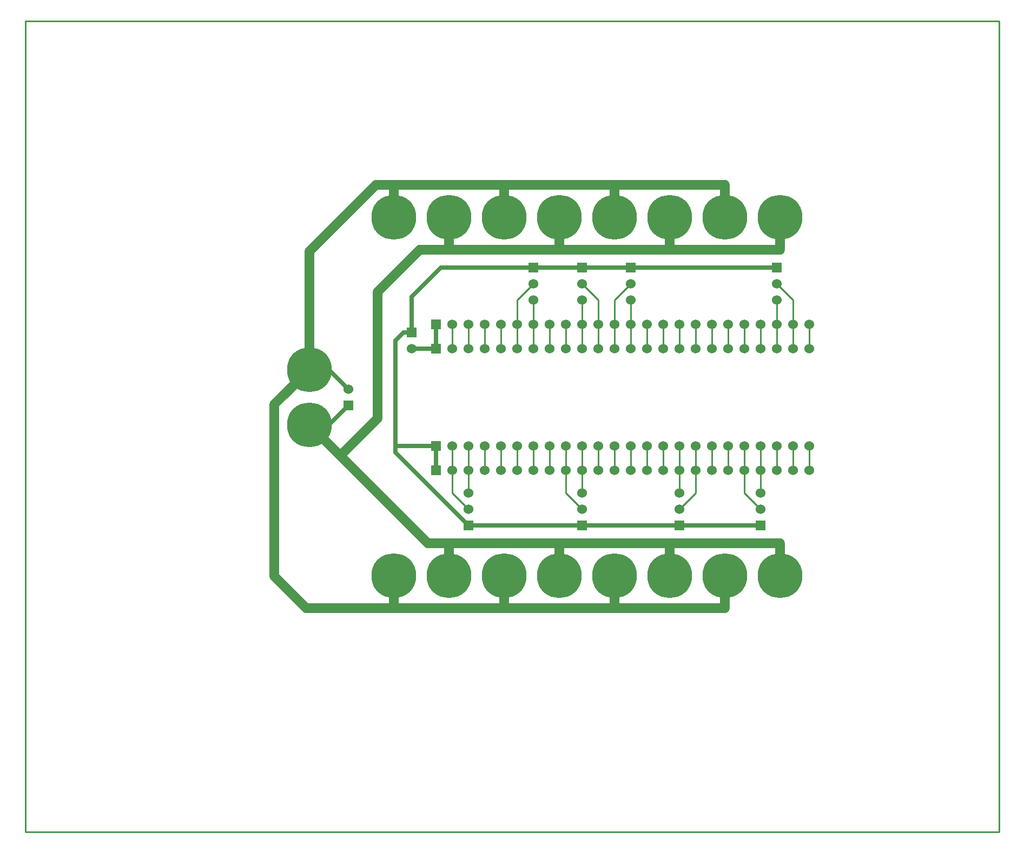
<source format=gbr>
G04 start of page 2 for group 0 idx 0 *
G04 Title: Lorcan, top *
G04 Creator: pcb 4.2.2 *
G04 CreationDate: Fri Nov  6 00:45:05 2020 UTC *
G04 For: ericl *
G04 Format: Gerber/RS-274X *
G04 PCB-Dimensions (mil): 6000.00 5000.00 *
G04 PCB-Coordinate-Origin: lower left *
%MOIN*%
%FSLAX25Y25*%
%LNTOP*%
%ADD19C,0.0197*%
%ADD18C,0.1417*%
%ADD17C,0.0380*%
%ADD16C,0.0669*%
%ADD15C,0.2756*%
%ADD14C,0.0001*%
%ADD13C,0.0250*%
%ADD12C,0.0600*%
%ADD11C,0.0100*%
G54D11*X0Y500000D02*Y0D01*
Y500000D02*X600000D01*
X0Y0D02*X600000D01*
Y500000D02*Y0D01*
X403000Y238000D02*Y209000D01*
G54D12*X363000Y158000D02*Y138000D01*
G54D11*Y238000D02*Y223000D01*
X373000Y238000D02*Y223000D01*
X383000Y238000D02*Y223000D01*
X393000Y238000D02*Y223000D01*
X413000Y238000D02*Y209000D01*
X403000Y199000D01*
G54D12*X397000Y178000D02*Y158000D01*
G54D11*X453000Y238000D02*Y209000D01*
X443000D02*X453000Y199000D01*
X443000Y238000D02*Y209000D01*
G54D12*X431000Y158000D02*Y138000D01*
G54D11*X433000Y238000D02*Y223000D01*
X423000Y238000D02*Y223000D01*
X363000Y298000D02*Y328000D01*
X373000Y338000D01*
Y298000D02*Y328000D01*
X353000Y298000D02*Y328000D01*
X343000Y338000D01*
Y298000D02*Y328000D01*
X313000Y298000D02*Y328000D01*
X323000Y298000D02*Y313000D01*
X333000Y298000D02*Y313000D01*
X303000Y298000D02*Y328000D01*
X473000Y298000D02*Y328000D01*
X463000Y298000D02*Y328000D01*
X483000Y298000D02*Y313000D01*
X473000Y328000D02*X463000Y338000D01*
G54D12*X465000Y379000D02*Y359000D01*
X431000Y379000D02*Y399000D01*
G54D11*X383000Y298000D02*Y313000D01*
X393000Y298000D02*Y313000D01*
X403000Y298000D02*Y313000D01*
X413000Y298000D02*Y313000D01*
X423000Y298000D02*Y313000D01*
X433000Y298000D02*Y313000D01*
X443000Y298000D02*Y313000D01*
X453000Y298000D02*Y313000D01*
X263000Y238000D02*Y209000D01*
X273000Y199000D01*
G54D13*Y189000D02*X228000Y234000D01*
Y238000D02*X253000D01*
G54D12*X261000Y178000D02*Y158000D01*
G54D13*X253000Y238000D02*Y223000D01*
G54D12*X295000Y158000D02*Y138000D01*
G54D11*X273000Y238000D02*Y209000D01*
X283000Y238000D02*Y223000D01*
X293000Y238000D02*Y223000D01*
G54D12*X465000Y178000D02*Y158000D01*
Y178000D02*X248000D01*
X431000Y138000D02*X173000D01*
G54D13*X273000Y189000D02*X453000D01*
G54D11*X333000Y238000D02*Y209000D01*
X343000Y199000D01*
Y209000D02*Y238000D01*
X303000D02*Y223000D01*
X313000Y238000D02*Y223000D01*
X323000Y238000D02*Y223000D01*
G54D12*X329000Y178000D02*Y158000D01*
G54D11*X353000Y238000D02*Y223000D01*
X463000Y238000D02*Y223000D01*
X473000Y238000D02*Y223000D01*
X483000Y238000D02*Y223000D01*
G54D12*X397000Y379000D02*Y359000D01*
X363000Y379000D02*Y399000D01*
G54D11*X303000Y328000D02*X313000Y338000D01*
G54D12*X329000Y379000D02*Y359000D01*
X465000D02*X243000D01*
G54D13*X256000Y348000D02*X463000D01*
G54D12*X216000Y399000D02*X431000D01*
G54D11*X263000Y298000D02*Y313000D01*
X273000Y298000D02*Y313000D01*
X283000Y298000D02*Y313000D01*
X293000Y298000D02*Y313000D01*
G54D12*X227000Y158000D02*Y138000D01*
X217000Y333000D02*Y255000D01*
G54D13*X228000Y303000D02*Y234000D01*
G54D12*X175000Y251000D02*X248000Y178000D01*
G54D13*X175000Y251000D02*X187000D01*
X199000Y263000D01*
G54D12*X217000Y255000D02*X194000Y232000D01*
G54D13*X233000Y308000D02*X228000Y303000D01*
G54D12*X261000Y379000D02*Y359000D01*
X243000D02*X217000Y333000D01*
X295000Y379000D02*Y399000D01*
X227000Y379000D02*Y399000D01*
X175000Y358000D02*X216000Y399000D01*
X153500Y157500D02*Y263500D01*
X175000Y285000D01*
G54D13*X187000D01*
X199000Y273000D01*
G54D12*X175000Y285000D02*Y358000D01*
G54D13*X253000Y298000D02*Y313000D01*
X238000Y298000D02*X253000D01*
X238000Y308000D02*Y330000D01*
X256000Y348000D01*
X238000Y308000D02*X233000D01*
G54D12*X173000Y138000D02*X153500Y157500D01*
G54D14*G36*
X250000Y241000D02*Y235000D01*
X256000D01*
Y241000D01*
X250000D01*
G37*
G54D12*X263000Y238000D03*
G54D14*G36*
X250000Y226000D02*Y220000D01*
X256000D01*
Y226000D01*
X250000D01*
G37*
G54D12*X263000Y223000D03*
G54D15*X175000Y285000D03*
G54D16*Y274567D03*
X165965Y279784D03*
Y290216D03*
X175000Y295433D03*
X184035Y279784D03*
Y290216D03*
G54D15*X175000Y251000D03*
G54D16*Y240567D03*
X165965Y245784D03*
Y256216D03*
X175000Y261433D03*
X184035Y245784D03*
Y256216D03*
G54D14*G36*
X196000Y266000D02*Y260000D01*
X202000D01*
Y266000D01*
X196000D01*
G37*
G54D12*X199000Y273000D03*
G54D15*X261000Y158000D03*
G54D16*Y147567D03*
X251965Y152784D03*
Y163216D03*
X261000Y168433D03*
X270035Y152784D03*
Y163216D03*
G54D15*X227000Y158000D03*
G54D16*Y147567D03*
X217965Y152784D03*
Y163216D03*
X227000Y168433D03*
X236035Y152784D03*
Y163216D03*
G54D15*X329000Y158000D03*
G54D16*Y147567D03*
X319965Y152784D03*
Y163216D03*
X329000Y168433D03*
X338035Y152784D03*
Y163216D03*
G54D15*X295000Y158000D03*
G54D16*Y147567D03*
X285965Y152784D03*
Y163216D03*
X295000Y168433D03*
X304035Y152784D03*
Y163216D03*
G54D12*X273000Y238000D03*
X283000D03*
X293000D03*
X273000Y223000D03*
X283000D03*
X293000D03*
X303000D03*
X313000D03*
X323000D03*
X333000D03*
X303000Y238000D03*
X313000D03*
X323000D03*
X333000D03*
X343000D03*
X353000D03*
X363000D03*
X373000D03*
X383000D03*
X393000D03*
X403000D03*
X413000D03*
X423000D03*
X433000D03*
X443000D03*
X453000D03*
X463000D03*
X473000D03*
X483000D03*
G54D14*G36*
X400000Y192000D02*Y186000D01*
X406000D01*
Y192000D01*
X400000D01*
G37*
G36*
X450000D02*Y186000D01*
X456000D01*
Y192000D01*
X450000D01*
G37*
G36*
X340000D02*Y186000D01*
X346000D01*
Y192000D01*
X340000D01*
G37*
G36*
X270000D02*Y186000D01*
X276000D01*
Y192000D01*
X270000D01*
G37*
G54D12*X403000Y199000D03*
X453000D03*
X343000D03*
X273000D03*
X403000Y209000D03*
X453000D03*
X343000D03*
X273000D03*
X343000Y223000D03*
X353000D03*
X433000D03*
X443000D03*
X453000D03*
G54D15*X397000Y158000D03*
G54D16*Y147567D03*
X387965Y152784D03*
Y163216D03*
X397000Y168433D03*
X406035Y152784D03*
Y163216D03*
G54D15*X363000Y158000D03*
G54D16*Y147567D03*
X353965Y152784D03*
Y163216D03*
X363000Y168433D03*
X372035Y152784D03*
Y163216D03*
G54D15*X465000Y158000D03*
G54D16*Y147567D03*
X455965Y152784D03*
Y163216D03*
X465000Y168433D03*
X474035Y152784D03*
Y163216D03*
G54D15*X431000Y158000D03*
G54D16*Y147567D03*
X421965Y152784D03*
Y163216D03*
X431000Y168433D03*
X440035Y152784D03*
Y163216D03*
G54D12*X363000Y223000D03*
X373000D03*
X383000D03*
X393000D03*
X403000D03*
X413000D03*
X423000D03*
X463000D03*
X473000D03*
X483000D03*
X283000Y298000D03*
X293000D03*
X303000D03*
X313000D03*
G54D14*G36*
X250000Y301000D02*Y295000D01*
X256000D01*
Y301000D01*
X250000D01*
G37*
G54D12*X263000Y298000D03*
X273000D03*
G54D14*G36*
X250000Y316000D02*Y310000D01*
X256000D01*
Y316000D01*
X250000D01*
G37*
G54D12*X263000Y313000D03*
G54D14*G36*
X235000Y311000D02*Y305000D01*
X241000D01*
Y311000D01*
X235000D01*
G37*
G54D12*X238000Y298000D03*
G54D15*X261000Y379000D03*
G54D16*Y368567D03*
X251965Y373784D03*
Y384216D03*
X261000Y389433D03*
X270035Y373784D03*
Y384216D03*
G54D15*X227000Y379000D03*
G54D16*Y368567D03*
X217965Y373784D03*
Y384216D03*
X227000Y389433D03*
X236035Y373784D03*
Y384216D03*
G54D15*X329000Y379000D03*
G54D16*Y368567D03*
X319965Y373784D03*
Y384216D03*
X329000Y389433D03*
X338035Y373784D03*
Y384216D03*
G54D15*X295000Y379000D03*
G54D16*Y368567D03*
X285965Y373784D03*
Y384216D03*
X295000Y389433D03*
X304035Y373784D03*
Y384216D03*
G54D15*X397000Y379000D03*
G54D16*Y368567D03*
X387965Y373784D03*
Y384216D03*
X397000Y389433D03*
X406035Y373784D03*
Y384216D03*
G54D15*X363000Y379000D03*
G54D16*Y368567D03*
X353965Y373784D03*
Y384216D03*
X363000Y389433D03*
X372035Y373784D03*
Y384216D03*
G54D15*X465000Y379000D03*
G54D16*Y368567D03*
X455965Y373784D03*
Y384216D03*
X465000Y389433D03*
X474035Y373784D03*
Y384216D03*
G54D15*X431000Y379000D03*
G54D16*Y368567D03*
X421965Y373784D03*
Y384216D03*
X431000Y389433D03*
X440035Y373784D03*
Y384216D03*
G54D12*X353000Y313000D03*
X363000D03*
X373000D03*
X383000D03*
X393000D03*
X403000D03*
X413000D03*
X423000D03*
X433000D03*
X443000D03*
X453000D03*
X463000D03*
X473000D03*
X333000Y298000D03*
X343000D03*
X353000D03*
X363000D03*
X373000D03*
X323000D03*
X273000Y313000D03*
X283000D03*
X293000D03*
X303000D03*
X313000D03*
X323000D03*
X333000D03*
X343000D03*
G54D14*G36*
X340000Y351000D02*Y345000D01*
X346000D01*
Y351000D01*
X340000D01*
G37*
G36*
X370000D02*Y345000D01*
X376000D01*
Y351000D01*
X370000D01*
G37*
G36*
X310000D02*Y345000D01*
X316000D01*
Y351000D01*
X310000D01*
G37*
G36*
X460000D02*Y345000D01*
X466000D01*
Y351000D01*
X460000D01*
G37*
G54D12*X343000Y338000D03*
X373000D03*
X313000D03*
X463000D03*
X343000Y328000D03*
X373000D03*
X313000D03*
X463000D03*
X383000Y298000D03*
X393000D03*
X403000D03*
X413000D03*
X423000D03*
X433000D03*
X443000D03*
X453000D03*
X463000D03*
X473000D03*
X483000D03*
Y313000D03*
G54D17*G54D18*G54D19*G54D18*G54D19*G54D17*G54D18*G54D19*G54D18*G54D19*G54D18*G54D19*G54D18*G54D19*G54D17*G54D18*G54D19*G54D18*G54D19*G54D18*G54D19*G54D18*G54D19*G54D17*G54D18*G54D19*G54D18*G54D19*G54D18*G54D19*G54D18*G54D19*G54D18*G54D19*G54D18*G54D19*G54D18*G54D19*G54D18*G54D19*G54D17*M02*

</source>
